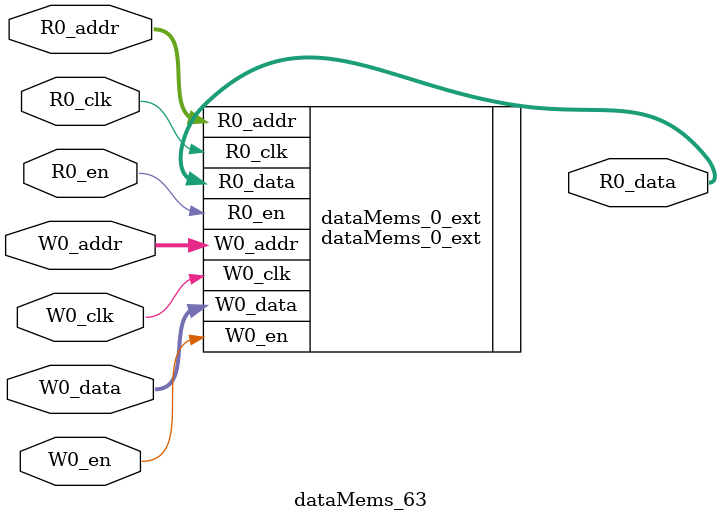
<source format=sv>
`ifndef RANDOMIZE
  `ifdef RANDOMIZE_REG_INIT
    `define RANDOMIZE
  `endif // RANDOMIZE_REG_INIT
`endif // not def RANDOMIZE
`ifndef RANDOMIZE
  `ifdef RANDOMIZE_MEM_INIT
    `define RANDOMIZE
  `endif // RANDOMIZE_MEM_INIT
`endif // not def RANDOMIZE

`ifndef RANDOM
  `define RANDOM $random
`endif // not def RANDOM

// Users can define 'PRINTF_COND' to add an extra gate to prints.
`ifndef PRINTF_COND_
  `ifdef PRINTF_COND
    `define PRINTF_COND_ (`PRINTF_COND)
  `else  // PRINTF_COND
    `define PRINTF_COND_ 1
  `endif // PRINTF_COND
`endif // not def PRINTF_COND_

// Users can define 'ASSERT_VERBOSE_COND' to add an extra gate to assert error printing.
`ifndef ASSERT_VERBOSE_COND_
  `ifdef ASSERT_VERBOSE_COND
    `define ASSERT_VERBOSE_COND_ (`ASSERT_VERBOSE_COND)
  `else  // ASSERT_VERBOSE_COND
    `define ASSERT_VERBOSE_COND_ 1
  `endif // ASSERT_VERBOSE_COND
`endif // not def ASSERT_VERBOSE_COND_

// Users can define 'STOP_COND' to add an extra gate to stop conditions.
`ifndef STOP_COND_
  `ifdef STOP_COND
    `define STOP_COND_ (`STOP_COND)
  `else  // STOP_COND
    `define STOP_COND_ 1
  `endif // STOP_COND
`endif // not def STOP_COND_

// Users can define INIT_RANDOM as general code that gets injected into the
// initializer block for modules with registers.
`ifndef INIT_RANDOM
  `define INIT_RANDOM
`endif // not def INIT_RANDOM

// If using random initialization, you can also define RANDOMIZE_DELAY to
// customize the delay used, otherwise 0.002 is used.
`ifndef RANDOMIZE_DELAY
  `define RANDOMIZE_DELAY 0.002
`endif // not def RANDOMIZE_DELAY

// Define INIT_RANDOM_PROLOG_ for use in our modules below.
`ifndef INIT_RANDOM_PROLOG_
  `ifdef RANDOMIZE
    `ifdef VERILATOR
      `define INIT_RANDOM_PROLOG_ `INIT_RANDOM
    `else  // VERILATOR
      `define INIT_RANDOM_PROLOG_ `INIT_RANDOM #`RANDOMIZE_DELAY begin end
    `endif // VERILATOR
  `else  // RANDOMIZE
    `define INIT_RANDOM_PROLOG_
  `endif // RANDOMIZE
`endif // not def INIT_RANDOM_PROLOG_

// Include register initializers in init blocks unless synthesis is set
`ifndef SYNTHESIS
  `ifndef ENABLE_INITIAL_REG_
    `define ENABLE_INITIAL_REG_
  `endif // not def ENABLE_INITIAL_REG_
`endif // not def SYNTHESIS

// Include rmemory initializers in init blocks unless synthesis is set
`ifndef SYNTHESIS
  `ifndef ENABLE_INITIAL_MEM_
    `define ENABLE_INITIAL_MEM_
  `endif // not def ENABLE_INITIAL_MEM_
`endif // not def SYNTHESIS

module dataMems_63(	// @[generators/ara/src/main/scala/UnsafeAXI4ToTL.scala:365:62]
  input  [4:0]   R0_addr,
  input          R0_en,
  input          R0_clk,
  output [130:0] R0_data,
  input  [4:0]   W0_addr,
  input          W0_en,
  input          W0_clk,
  input  [130:0] W0_data
);

  dataMems_0_ext dataMems_0_ext (	// @[generators/ara/src/main/scala/UnsafeAXI4ToTL.scala:365:62]
    .R0_addr (R0_addr),
    .R0_en   (R0_en),
    .R0_clk  (R0_clk),
    .R0_data (R0_data),
    .W0_addr (W0_addr),
    .W0_en   (W0_en),
    .W0_clk  (W0_clk),
    .W0_data (W0_data)
  );
endmodule


</source>
